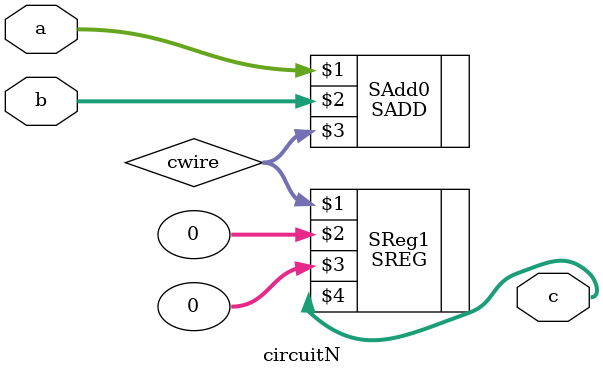
<source format=v>
`timescale 1ns / 1ps
module circuitN(a, b, c);
input signed [7:0] a;
input [7:0] b;
output signed [7:0] c;
wire signed [7:0] cwire;
SADD #(8) SAdd0(a, b, cwire);
SREG #(8) SReg1(cwire, 0, 0, c);
endmodule
</source>
